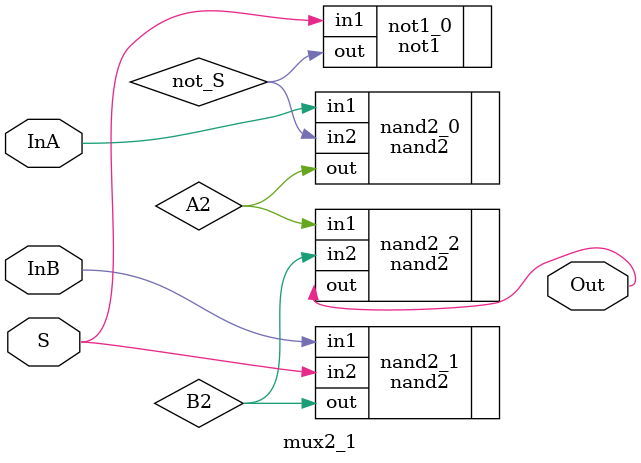
<source format=v>
/*
    CS/ECE 552 Spring '19
    Homework #3, Problem 1
    Repurposed for hw 4
    2-1 mux template
*/
module mux2_1(InA, InB, S, Out);
    input   InA, InB;
    input   S;
    output  Out;

    wire A2, B2, not_S;

    not1 not1_0 (.in1(S), .out(not_S));
    nand2 nand2_0 (.in1(InA), .in2(not_S), .out(A2));
    nand2 nand2_1 (.in1(InB), .in2(S), .out(B2));
    nand2 nand2_2 (.in1(A2), .in2(B2), .out(Out));

endmodule

</source>
